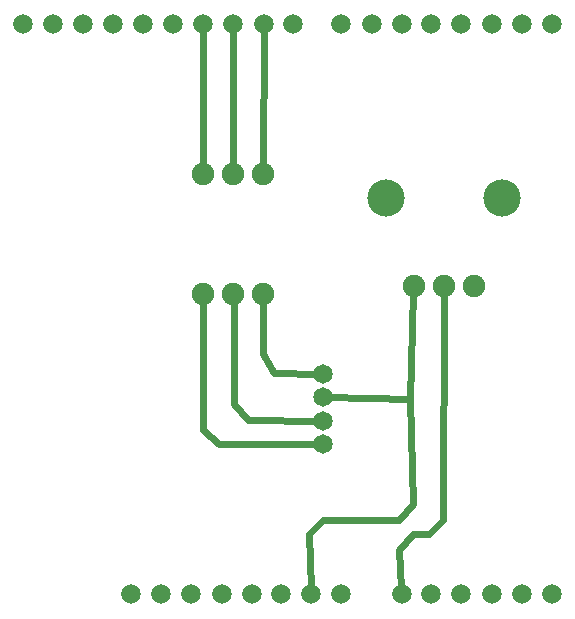
<source format=gbl>
G04 MADE WITH FRITZING*
G04 WWW.FRITZING.ORG*
G04 DOUBLE SIDED*
G04 HOLES PLATED*
G04 CONTOUR ON CENTER OF CONTOUR VECTOR*
%ASAXBY*%
%FSLAX23Y23*%
%MOIN*%
%OFA0B0*%
%SFA1.0B1.0*%
%ADD10C,0.074667*%
%ADD11C,0.074695*%
%ADD12C,0.124033*%
%ADD13C,0.065278*%
%ADD14C,0.065000*%
%ADD15C,0.075000*%
%ADD16C,0.024000*%
%LNCOPPER0*%
G90*
G70*
G54D10*
X2043Y1137D03*
X2143Y1137D03*
G54D11*
X2243Y1137D03*
G54D12*
X1949Y1432D03*
X2337Y1432D03*
G54D13*
X2102Y109D03*
X2202Y109D03*
X2303Y109D03*
X2403Y109D03*
X2503Y109D03*
X1642Y2009D03*
X1543Y2009D03*
X1442Y2009D03*
X1342Y2009D03*
X1242Y2009D03*
X1142Y2009D03*
X1042Y2009D03*
X942Y2009D03*
X842Y2009D03*
X742Y2009D03*
X2503Y2009D03*
X2403Y2009D03*
X2303Y2009D03*
X2202Y2009D03*
X2102Y2009D03*
X2003Y2009D03*
X1903Y2009D03*
X1802Y2009D03*
X1202Y109D03*
X1102Y109D03*
X1302Y109D03*
X1403Y109D03*
X1503Y109D03*
X1602Y109D03*
X1702Y109D03*
X1802Y109D03*
X2003Y109D03*
G54D14*
X1742Y845D03*
X1742Y767D03*
X1742Y688D03*
X1742Y609D03*
G54D15*
X1342Y1509D03*
X1342Y1109D03*
X1442Y1509D03*
X1442Y1109D03*
X1542Y1509D03*
X1542Y1109D03*
G54D16*
X1342Y1989D02*
X1342Y1527D01*
D02*
X1442Y1989D02*
X1442Y1527D01*
D02*
X1543Y1989D02*
X1542Y1527D01*
D02*
X1342Y658D02*
X1342Y1092D01*
D02*
X1394Y609D02*
X1342Y658D01*
D02*
X1730Y609D02*
X1394Y609D01*
D02*
X1445Y745D02*
X1443Y1092D01*
D02*
X1491Y689D02*
X1445Y745D01*
D02*
X1730Y688D02*
X1491Y689D01*
D02*
X1542Y909D02*
X1542Y1092D01*
D02*
X1576Y847D02*
X1542Y909D01*
D02*
X1730Y845D02*
X1576Y847D01*
D02*
X2032Y761D02*
X1755Y766D01*
D02*
X2042Y1116D02*
X2032Y761D01*
D02*
X1742Y358D02*
X1694Y310D01*
D02*
X1994Y358D02*
X1742Y358D01*
D02*
X1694Y310D02*
X1702Y129D01*
D02*
X2042Y410D02*
X1994Y358D01*
D02*
X2032Y761D02*
X2042Y410D01*
D02*
X1994Y258D02*
X2042Y310D01*
D02*
X2142Y358D02*
X2143Y1116D01*
D02*
X2094Y310D02*
X2142Y358D01*
D02*
X2042Y310D02*
X2094Y310D01*
D02*
X2001Y129D02*
X1994Y258D01*
G04 End of Copper0*
M02*
</source>
